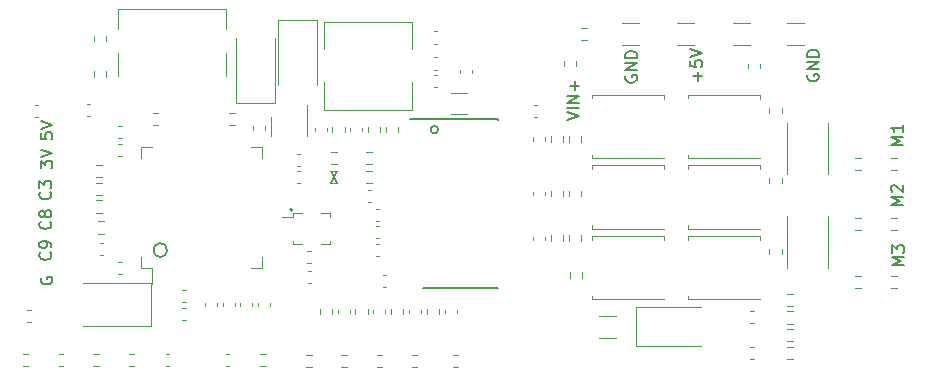
<source format=gto>
G04 #@! TF.GenerationSoftware,KiCad,Pcbnew,7.0.2-6a45011f42~172~ubuntu20.04.1*
G04 #@! TF.CreationDate,2023-05-22T19:25:16+03:00*
G04 #@! TF.ProjectId,BLDC_4,424c4443-5f34-42e6-9b69-6361645f7063,rev?*
G04 #@! TF.SameCoordinates,PX40d9900PYa21fe80*
G04 #@! TF.FileFunction,Legend,Top*
G04 #@! TF.FilePolarity,Positive*
%FSLAX46Y46*%
G04 Gerber Fmt 4.6, Leading zero omitted, Abs format (unit mm)*
G04 Created by KiCad (PCBNEW 7.0.2-6a45011f42~172~ubuntu20.04.1) date 2023-05-22 19:25:16*
%MOMM*%
%LPD*%
G01*
G04 APERTURE LIST*
%ADD10C,0.150000*%
%ADD11C,0.120000*%
G04 APERTURE END LIST*
D10*
X57762742Y107122500D02*
X58237258Y106077500D01*
X57762742Y106077500D02*
X58237258Y107122500D01*
X43883095Y100400000D02*
G75*
G03*
X43883095Y100400000I-583095J0D01*
G01*
X66816228Y110600000D02*
G75*
G03*
X66816228Y110600000I-316228J0D01*
G01*
X106177619Y109338096D02*
X105177619Y109338096D01*
X105177619Y109338096D02*
X105891904Y109671429D01*
X105891904Y109671429D02*
X105177619Y110004762D01*
X105177619Y110004762D02*
X106177619Y110004762D01*
X106177619Y111004762D02*
X106177619Y110433334D01*
X106177619Y110719048D02*
X105177619Y110719048D01*
X105177619Y110719048D02*
X105320476Y110623810D01*
X105320476Y110623810D02*
X105415714Y110528572D01*
X105415714Y110528572D02*
X105463333Y110433334D01*
X77777619Y111395239D02*
X78777619Y111728572D01*
X78777619Y111728572D02*
X77777619Y112061905D01*
X78777619Y112395239D02*
X77777619Y112395239D01*
X78777619Y112871429D02*
X77777619Y112871429D01*
X77777619Y112871429D02*
X78777619Y113442857D01*
X78777619Y113442857D02*
X77777619Y113442857D01*
X78396666Y113919048D02*
X78396666Y114680952D01*
X78777619Y114300000D02*
X78015714Y114300000D01*
X33177619Y110314286D02*
X33177619Y109838096D01*
X33177619Y109838096D02*
X33653809Y109790477D01*
X33653809Y109790477D02*
X33606190Y109838096D01*
X33606190Y109838096D02*
X33558571Y109933334D01*
X33558571Y109933334D02*
X33558571Y110171429D01*
X33558571Y110171429D02*
X33606190Y110266667D01*
X33606190Y110266667D02*
X33653809Y110314286D01*
X33653809Y110314286D02*
X33749047Y110361905D01*
X33749047Y110361905D02*
X33987142Y110361905D01*
X33987142Y110361905D02*
X34082380Y110314286D01*
X34082380Y110314286D02*
X34130000Y110266667D01*
X34130000Y110266667D02*
X34177619Y110171429D01*
X34177619Y110171429D02*
X34177619Y109933334D01*
X34177619Y109933334D02*
X34130000Y109838096D01*
X34130000Y109838096D02*
X34082380Y109790477D01*
X33177619Y110647620D02*
X34177619Y110980953D01*
X34177619Y110980953D02*
X33177619Y111314286D01*
X33982380Y105309524D02*
X34030000Y105261905D01*
X34030000Y105261905D02*
X34077619Y105119048D01*
X34077619Y105119048D02*
X34077619Y105023810D01*
X34077619Y105023810D02*
X34030000Y104880953D01*
X34030000Y104880953D02*
X33934761Y104785715D01*
X33934761Y104785715D02*
X33839523Y104738096D01*
X33839523Y104738096D02*
X33649047Y104690477D01*
X33649047Y104690477D02*
X33506190Y104690477D01*
X33506190Y104690477D02*
X33315714Y104738096D01*
X33315714Y104738096D02*
X33220476Y104785715D01*
X33220476Y104785715D02*
X33125238Y104880953D01*
X33125238Y104880953D02*
X33077619Y105023810D01*
X33077619Y105023810D02*
X33077619Y105119048D01*
X33077619Y105119048D02*
X33125238Y105261905D01*
X33125238Y105261905D02*
X33172857Y105309524D01*
X33077619Y105642858D02*
X33077619Y106261905D01*
X33077619Y106261905D02*
X33458571Y105928572D01*
X33458571Y105928572D02*
X33458571Y106071429D01*
X33458571Y106071429D02*
X33506190Y106166667D01*
X33506190Y106166667D02*
X33553809Y106214286D01*
X33553809Y106214286D02*
X33649047Y106261905D01*
X33649047Y106261905D02*
X33887142Y106261905D01*
X33887142Y106261905D02*
X33982380Y106214286D01*
X33982380Y106214286D02*
X34030000Y106166667D01*
X34030000Y106166667D02*
X34077619Y106071429D01*
X34077619Y106071429D02*
X34077619Y105785715D01*
X34077619Y105785715D02*
X34030000Y105690477D01*
X34030000Y105690477D02*
X33982380Y105642858D01*
X33177619Y107342858D02*
X33177619Y107961905D01*
X33177619Y107961905D02*
X33558571Y107628572D01*
X33558571Y107628572D02*
X33558571Y107771429D01*
X33558571Y107771429D02*
X33606190Y107866667D01*
X33606190Y107866667D02*
X33653809Y107914286D01*
X33653809Y107914286D02*
X33749047Y107961905D01*
X33749047Y107961905D02*
X33987142Y107961905D01*
X33987142Y107961905D02*
X34082380Y107914286D01*
X34082380Y107914286D02*
X34130000Y107866667D01*
X34130000Y107866667D02*
X34177619Y107771429D01*
X34177619Y107771429D02*
X34177619Y107485715D01*
X34177619Y107485715D02*
X34130000Y107390477D01*
X34130000Y107390477D02*
X34082380Y107342858D01*
X33177619Y108247620D02*
X34177619Y108580953D01*
X34177619Y108580953D02*
X33177619Y108914286D01*
X33982380Y100209524D02*
X34030000Y100161905D01*
X34030000Y100161905D02*
X34077619Y100019048D01*
X34077619Y100019048D02*
X34077619Y99923810D01*
X34077619Y99923810D02*
X34030000Y99780953D01*
X34030000Y99780953D02*
X33934761Y99685715D01*
X33934761Y99685715D02*
X33839523Y99638096D01*
X33839523Y99638096D02*
X33649047Y99590477D01*
X33649047Y99590477D02*
X33506190Y99590477D01*
X33506190Y99590477D02*
X33315714Y99638096D01*
X33315714Y99638096D02*
X33220476Y99685715D01*
X33220476Y99685715D02*
X33125238Y99780953D01*
X33125238Y99780953D02*
X33077619Y99923810D01*
X33077619Y99923810D02*
X33077619Y100019048D01*
X33077619Y100019048D02*
X33125238Y100161905D01*
X33125238Y100161905D02*
X33172857Y100209524D01*
X34077619Y100685715D02*
X34077619Y100876191D01*
X34077619Y100876191D02*
X34030000Y100971429D01*
X34030000Y100971429D02*
X33982380Y101019048D01*
X33982380Y101019048D02*
X33839523Y101114286D01*
X33839523Y101114286D02*
X33649047Y101161905D01*
X33649047Y101161905D02*
X33268095Y101161905D01*
X33268095Y101161905D02*
X33172857Y101114286D01*
X33172857Y101114286D02*
X33125238Y101066667D01*
X33125238Y101066667D02*
X33077619Y100971429D01*
X33077619Y100971429D02*
X33077619Y100780953D01*
X33077619Y100780953D02*
X33125238Y100685715D01*
X33125238Y100685715D02*
X33172857Y100638096D01*
X33172857Y100638096D02*
X33268095Y100590477D01*
X33268095Y100590477D02*
X33506190Y100590477D01*
X33506190Y100590477D02*
X33601428Y100638096D01*
X33601428Y100638096D02*
X33649047Y100685715D01*
X33649047Y100685715D02*
X33696666Y100780953D01*
X33696666Y100780953D02*
X33696666Y100971429D01*
X33696666Y100971429D02*
X33649047Y101066667D01*
X33649047Y101066667D02*
X33601428Y101114286D01*
X33601428Y101114286D02*
X33506190Y101161905D01*
X98125238Y115261905D02*
X98077619Y115166667D01*
X98077619Y115166667D02*
X98077619Y115023810D01*
X98077619Y115023810D02*
X98125238Y114880953D01*
X98125238Y114880953D02*
X98220476Y114785715D01*
X98220476Y114785715D02*
X98315714Y114738096D01*
X98315714Y114738096D02*
X98506190Y114690477D01*
X98506190Y114690477D02*
X98649047Y114690477D01*
X98649047Y114690477D02*
X98839523Y114738096D01*
X98839523Y114738096D02*
X98934761Y114785715D01*
X98934761Y114785715D02*
X99030000Y114880953D01*
X99030000Y114880953D02*
X99077619Y115023810D01*
X99077619Y115023810D02*
X99077619Y115119048D01*
X99077619Y115119048D02*
X99030000Y115261905D01*
X99030000Y115261905D02*
X98982380Y115309524D01*
X98982380Y115309524D02*
X98649047Y115309524D01*
X98649047Y115309524D02*
X98649047Y115119048D01*
X99077619Y115738096D02*
X98077619Y115738096D01*
X98077619Y115738096D02*
X99077619Y116309524D01*
X99077619Y116309524D02*
X98077619Y116309524D01*
X99077619Y116785715D02*
X98077619Y116785715D01*
X98077619Y116785715D02*
X98077619Y117023810D01*
X98077619Y117023810D02*
X98125238Y117166667D01*
X98125238Y117166667D02*
X98220476Y117261905D01*
X98220476Y117261905D02*
X98315714Y117309524D01*
X98315714Y117309524D02*
X98506190Y117357143D01*
X98506190Y117357143D02*
X98649047Y117357143D01*
X98649047Y117357143D02*
X98839523Y117309524D01*
X98839523Y117309524D02*
X98934761Y117261905D01*
X98934761Y117261905D02*
X99030000Y117166667D01*
X99030000Y117166667D02*
X99077619Y117023810D01*
X99077619Y117023810D02*
X99077619Y116785715D01*
X88796666Y114738096D02*
X88796666Y115500000D01*
X89177619Y115119048D02*
X88415714Y115119048D01*
X88177619Y116452381D02*
X88177619Y115976191D01*
X88177619Y115976191D02*
X88653809Y115928572D01*
X88653809Y115928572D02*
X88606190Y115976191D01*
X88606190Y115976191D02*
X88558571Y116071429D01*
X88558571Y116071429D02*
X88558571Y116309524D01*
X88558571Y116309524D02*
X88606190Y116404762D01*
X88606190Y116404762D02*
X88653809Y116452381D01*
X88653809Y116452381D02*
X88749047Y116500000D01*
X88749047Y116500000D02*
X88987142Y116500000D01*
X88987142Y116500000D02*
X89082380Y116452381D01*
X89082380Y116452381D02*
X89130000Y116404762D01*
X89130000Y116404762D02*
X89177619Y116309524D01*
X89177619Y116309524D02*
X89177619Y116071429D01*
X89177619Y116071429D02*
X89130000Y115976191D01*
X89130000Y115976191D02*
X89082380Y115928572D01*
X88177619Y116785715D02*
X89177619Y117119048D01*
X89177619Y117119048D02*
X88177619Y117452381D01*
X106177619Y104238096D02*
X105177619Y104238096D01*
X105177619Y104238096D02*
X105891904Y104571429D01*
X105891904Y104571429D02*
X105177619Y104904762D01*
X105177619Y104904762D02*
X106177619Y104904762D01*
X105272857Y105333334D02*
X105225238Y105380953D01*
X105225238Y105380953D02*
X105177619Y105476191D01*
X105177619Y105476191D02*
X105177619Y105714286D01*
X105177619Y105714286D02*
X105225238Y105809524D01*
X105225238Y105809524D02*
X105272857Y105857143D01*
X105272857Y105857143D02*
X105368095Y105904762D01*
X105368095Y105904762D02*
X105463333Y105904762D01*
X105463333Y105904762D02*
X105606190Y105857143D01*
X105606190Y105857143D02*
X106177619Y105285715D01*
X106177619Y105285715D02*
X106177619Y105904762D01*
X33225238Y98061905D02*
X33177619Y97966667D01*
X33177619Y97966667D02*
X33177619Y97823810D01*
X33177619Y97823810D02*
X33225238Y97680953D01*
X33225238Y97680953D02*
X33320476Y97585715D01*
X33320476Y97585715D02*
X33415714Y97538096D01*
X33415714Y97538096D02*
X33606190Y97490477D01*
X33606190Y97490477D02*
X33749047Y97490477D01*
X33749047Y97490477D02*
X33939523Y97538096D01*
X33939523Y97538096D02*
X34034761Y97585715D01*
X34034761Y97585715D02*
X34130000Y97680953D01*
X34130000Y97680953D02*
X34177619Y97823810D01*
X34177619Y97823810D02*
X34177619Y97919048D01*
X34177619Y97919048D02*
X34130000Y98061905D01*
X34130000Y98061905D02*
X34082380Y98109524D01*
X34082380Y98109524D02*
X33749047Y98109524D01*
X33749047Y98109524D02*
X33749047Y97919048D01*
X82725238Y115161905D02*
X82677619Y115066667D01*
X82677619Y115066667D02*
X82677619Y114923810D01*
X82677619Y114923810D02*
X82725238Y114780953D01*
X82725238Y114780953D02*
X82820476Y114685715D01*
X82820476Y114685715D02*
X82915714Y114638096D01*
X82915714Y114638096D02*
X83106190Y114590477D01*
X83106190Y114590477D02*
X83249047Y114590477D01*
X83249047Y114590477D02*
X83439523Y114638096D01*
X83439523Y114638096D02*
X83534761Y114685715D01*
X83534761Y114685715D02*
X83630000Y114780953D01*
X83630000Y114780953D02*
X83677619Y114923810D01*
X83677619Y114923810D02*
X83677619Y115019048D01*
X83677619Y115019048D02*
X83630000Y115161905D01*
X83630000Y115161905D02*
X83582380Y115209524D01*
X83582380Y115209524D02*
X83249047Y115209524D01*
X83249047Y115209524D02*
X83249047Y115019048D01*
X83677619Y115638096D02*
X82677619Y115638096D01*
X82677619Y115638096D02*
X83677619Y116209524D01*
X83677619Y116209524D02*
X82677619Y116209524D01*
X83677619Y116685715D02*
X82677619Y116685715D01*
X82677619Y116685715D02*
X82677619Y116923810D01*
X82677619Y116923810D02*
X82725238Y117066667D01*
X82725238Y117066667D02*
X82820476Y117161905D01*
X82820476Y117161905D02*
X82915714Y117209524D01*
X82915714Y117209524D02*
X83106190Y117257143D01*
X83106190Y117257143D02*
X83249047Y117257143D01*
X83249047Y117257143D02*
X83439523Y117209524D01*
X83439523Y117209524D02*
X83534761Y117161905D01*
X83534761Y117161905D02*
X83630000Y117066667D01*
X83630000Y117066667D02*
X83677619Y116923810D01*
X83677619Y116923810D02*
X83677619Y116685715D01*
X33982380Y102809524D02*
X34030000Y102761905D01*
X34030000Y102761905D02*
X34077619Y102619048D01*
X34077619Y102619048D02*
X34077619Y102523810D01*
X34077619Y102523810D02*
X34030000Y102380953D01*
X34030000Y102380953D02*
X33934761Y102285715D01*
X33934761Y102285715D02*
X33839523Y102238096D01*
X33839523Y102238096D02*
X33649047Y102190477D01*
X33649047Y102190477D02*
X33506190Y102190477D01*
X33506190Y102190477D02*
X33315714Y102238096D01*
X33315714Y102238096D02*
X33220476Y102285715D01*
X33220476Y102285715D02*
X33125238Y102380953D01*
X33125238Y102380953D02*
X33077619Y102523810D01*
X33077619Y102523810D02*
X33077619Y102619048D01*
X33077619Y102619048D02*
X33125238Y102761905D01*
X33125238Y102761905D02*
X33172857Y102809524D01*
X33506190Y103380953D02*
X33458571Y103285715D01*
X33458571Y103285715D02*
X33410952Y103238096D01*
X33410952Y103238096D02*
X33315714Y103190477D01*
X33315714Y103190477D02*
X33268095Y103190477D01*
X33268095Y103190477D02*
X33172857Y103238096D01*
X33172857Y103238096D02*
X33125238Y103285715D01*
X33125238Y103285715D02*
X33077619Y103380953D01*
X33077619Y103380953D02*
X33077619Y103571429D01*
X33077619Y103571429D02*
X33125238Y103666667D01*
X33125238Y103666667D02*
X33172857Y103714286D01*
X33172857Y103714286D02*
X33268095Y103761905D01*
X33268095Y103761905D02*
X33315714Y103761905D01*
X33315714Y103761905D02*
X33410952Y103714286D01*
X33410952Y103714286D02*
X33458571Y103666667D01*
X33458571Y103666667D02*
X33506190Y103571429D01*
X33506190Y103571429D02*
X33506190Y103380953D01*
X33506190Y103380953D02*
X33553809Y103285715D01*
X33553809Y103285715D02*
X33601428Y103238096D01*
X33601428Y103238096D02*
X33696666Y103190477D01*
X33696666Y103190477D02*
X33887142Y103190477D01*
X33887142Y103190477D02*
X33982380Y103238096D01*
X33982380Y103238096D02*
X34030000Y103285715D01*
X34030000Y103285715D02*
X34077619Y103380953D01*
X34077619Y103380953D02*
X34077619Y103571429D01*
X34077619Y103571429D02*
X34030000Y103666667D01*
X34030000Y103666667D02*
X33982380Y103714286D01*
X33982380Y103714286D02*
X33887142Y103761905D01*
X33887142Y103761905D02*
X33696666Y103761905D01*
X33696666Y103761905D02*
X33601428Y103714286D01*
X33601428Y103714286D02*
X33553809Y103666667D01*
X33553809Y103666667D02*
X33506190Y103571429D01*
X106277619Y99138096D02*
X105277619Y99138096D01*
X105277619Y99138096D02*
X105991904Y99471429D01*
X105991904Y99471429D02*
X105277619Y99804762D01*
X105277619Y99804762D02*
X106277619Y99804762D01*
X105277619Y100185715D02*
X105277619Y100804762D01*
X105277619Y100804762D02*
X105658571Y100471429D01*
X105658571Y100471429D02*
X105658571Y100614286D01*
X105658571Y100614286D02*
X105706190Y100709524D01*
X105706190Y100709524D02*
X105753809Y100757143D01*
X105753809Y100757143D02*
X105849047Y100804762D01*
X105849047Y100804762D02*
X106087142Y100804762D01*
X106087142Y100804762D02*
X106182380Y100757143D01*
X106182380Y100757143D02*
X106230000Y100709524D01*
X106230000Y100709524D02*
X106277619Y100614286D01*
X106277619Y100614286D02*
X106277619Y100328572D01*
X106277619Y100328572D02*
X106230000Y100233334D01*
X106230000Y100233334D02*
X106182380Y100185715D01*
D11*
G04 #@! TO.C,C2*
X47090000Y95634420D02*
X47090000Y95915580D01*
X48110000Y95634420D02*
X48110000Y95915580D01*
G04 #@! TO.C,C4*
X68410000Y95340580D02*
X68410000Y95059420D01*
X67390000Y95340580D02*
X67390000Y95059420D01*
G04 #@! TO.C,C5*
X59360000Y95340580D02*
X59360000Y95059420D01*
X58340000Y95340580D02*
X58340000Y95059420D01*
G04 #@! TO.C,C6*
X62360000Y95340580D02*
X62360000Y95059420D01*
X61340000Y95340580D02*
X61340000Y95059420D01*
G04 #@! TO.C,C7*
X65360000Y95340580D02*
X65360000Y95059420D01*
X64340000Y95340580D02*
X64340000Y95059420D01*
G04 #@! TO.C,C15*
X45184420Y97010000D02*
X45465580Y97010000D01*
X45184420Y95990000D02*
X45465580Y95990000D01*
G04 #@! TO.C,C16*
X51190000Y110609420D02*
X51190000Y110890580D01*
X52210000Y110609420D02*
X52210000Y110890580D01*
G04 #@! TO.C,C17*
X40040580Y108390000D02*
X39759420Y108390000D01*
X40040580Y109410000D02*
X39759420Y109410000D01*
G04 #@! TO.C,C18*
X61140580Y104490000D02*
X60859420Y104490000D01*
X61140580Y105510000D02*
X60859420Y105510000D01*
G04 #@! TO.C,C19*
X60410000Y110740580D02*
X60410000Y110459420D01*
X59390000Y110740580D02*
X59390000Y110459420D01*
G04 #@! TO.C,C20*
X61559420Y100910000D02*
X61840580Y100910000D01*
X61559420Y99890000D02*
X61840580Y99890000D01*
G04 #@! TO.C,C21*
X57410000Y110740580D02*
X57410000Y110459420D01*
X56390000Y110740580D02*
X56390000Y110459420D01*
G04 #@! TO.C,C22*
X61559420Y103910000D02*
X61840580Y103910000D01*
X61559420Y102890000D02*
X61840580Y102890000D01*
G04 #@! TO.C,C23*
X62159420Y98260000D02*
X62440580Y98260000D01*
X62159420Y97240000D02*
X62440580Y97240000D01*
G04 #@! TO.C,C24*
X32059420Y95310000D02*
X32340580Y95310000D01*
X32059420Y94290000D02*
X32340580Y94290000D01*
G04 #@! TO.C,C26*
X56040580Y99290000D02*
X55759420Y99290000D01*
X56040580Y100310000D02*
X55759420Y100310000D01*
G04 #@! TO.C,C27*
X69710000Y115665580D02*
X69710000Y115384420D01*
X68690000Y115665580D02*
X68690000Y115384420D01*
G04 #@! TO.C,C28*
X74890000Y109659420D02*
X74890000Y109940580D01*
X75910000Y109659420D02*
X75910000Y109940580D01*
G04 #@! TO.C,C29*
X74890000Y105059420D02*
X74890000Y105340580D01*
X75910000Y105059420D02*
X75910000Y105340580D01*
G04 #@! TO.C,C30*
X74890000Y101259420D02*
X74890000Y101540580D01*
X75910000Y101259420D02*
X75910000Y101540580D01*
G04 #@! TO.C,C32*
X38440580Y99990000D02*
X38159420Y99990000D01*
X38440580Y101010000D02*
X38159420Y101010000D01*
G04 #@! TO.C,C34*
X93259420Y95210000D02*
X93540580Y95210000D01*
X93259420Y94190000D02*
X93540580Y94190000D01*
G04 #@! TO.C,C36*
X93259420Y92210000D02*
X93540580Y92210000D01*
X93259420Y91190000D02*
X93540580Y91190000D01*
G04 #@! TO.C,C38*
X45184420Y95510000D02*
X45465580Y95510000D01*
X45184420Y94490000D02*
X45465580Y94490000D01*
G04 #@! TO.C,C39*
X88511252Y117790000D02*
X87088748Y117790000D01*
X88511252Y119610000D02*
X87088748Y119610000D01*
G04 #@! TO.C,C42*
X49115580Y90590000D02*
X48834420Y90590000D01*
X49115580Y91610000D02*
X48834420Y91610000D01*
G04 #@! TO.C,C45*
X34759420Y91610000D02*
X35040580Y91610000D01*
X34759420Y90590000D02*
X35040580Y90590000D01*
G04 #@! TO.C,C46*
X66740580Y117890000D02*
X66459420Y117890000D01*
X66740580Y118910000D02*
X66459420Y118910000D01*
G04 #@! TO.C,C52*
X61559420Y102410000D02*
X61840580Y102410000D01*
X61559420Y101390000D02*
X61840580Y101390000D01*
G04 #@! TO.C,D4*
X56550000Y119910000D02*
X53250000Y119910000D01*
X56550000Y119910000D02*
X56550000Y114400000D01*
X53250000Y119910000D02*
X53250000Y114400000D01*
G04 #@! TO.C,L1*
X64600000Y112300000D02*
X57200000Y112300000D01*
X64600000Y114600000D02*
X64600000Y112300000D01*
X64600000Y119700000D02*
X64600000Y117400000D01*
X57200000Y112300000D02*
X57200000Y114600000D01*
X57200000Y117400000D02*
X57200000Y119700000D01*
X57200000Y119700000D02*
X64600000Y119700000D01*
G04 #@! TO.C,Q1*
X85965000Y113192500D02*
X85965000Y113542500D01*
X79845000Y108172500D02*
X85965000Y108172500D01*
X79845000Y108472500D02*
X79845000Y108172500D01*
X79845000Y113242500D02*
X79845000Y113542500D01*
X79845000Y113542500D02*
X85965000Y113542500D01*
G04 #@! TO.C,Q2*
X94065000Y113192500D02*
X94065000Y113542500D01*
X87945000Y108172500D02*
X94065000Y108172500D01*
X87945000Y108472500D02*
X87945000Y108172500D01*
X87945000Y113242500D02*
X87945000Y113542500D01*
X87945000Y113542500D02*
X94065000Y113542500D01*
G04 #@! TO.C,Q3*
X85965000Y107240000D02*
X85965000Y107590000D01*
X79845000Y102220000D02*
X85965000Y102220000D01*
X79845000Y102520000D02*
X79845000Y102220000D01*
X79845000Y107290000D02*
X79845000Y107590000D01*
X79845000Y107590000D02*
X85965000Y107590000D01*
G04 #@! TO.C,Q4*
X94065000Y107240000D02*
X94065000Y107590000D01*
X87945000Y102220000D02*
X94065000Y102220000D01*
X87945000Y102520000D02*
X87945000Y102220000D01*
X87945000Y107290000D02*
X87945000Y107590000D01*
X87945000Y107590000D02*
X94065000Y107590000D01*
G04 #@! TO.C,Q5*
X85965000Y101240000D02*
X85965000Y101590000D01*
X79845000Y96220000D02*
X85965000Y96220000D01*
X79845000Y96520000D02*
X79845000Y96220000D01*
X79845000Y101290000D02*
X79845000Y101590000D01*
X79845000Y101590000D02*
X85965000Y101590000D01*
G04 #@! TO.C,Q6*
X94065000Y101240000D02*
X94065000Y101590000D01*
X87945000Y96220000D02*
X94065000Y96220000D01*
X87945000Y96520000D02*
X87945000Y96220000D01*
X87945000Y101290000D02*
X87945000Y101590000D01*
X87945000Y101590000D02*
X94065000Y101590000D01*
G04 #@! TO.C,R3*
X79437258Y118177500D02*
X78962742Y118177500D01*
X79437258Y119222500D02*
X78962742Y119222500D01*
G04 #@! TO.C,R4*
X77477500Y115962742D02*
X77477500Y116437258D01*
X78522500Y115962742D02*
X78522500Y116437258D01*
G04 #@! TO.C,R7*
X65062258Y90502500D02*
X64587742Y90502500D01*
X65062258Y91547500D02*
X64587742Y91547500D01*
G04 #@! TO.C,R8*
X62827500Y94962742D02*
X62827500Y95437258D01*
X63872500Y94962742D02*
X63872500Y95437258D01*
G04 #@! TO.C,R9*
X59827500Y94962742D02*
X59827500Y95437258D01*
X60872500Y94962742D02*
X60872500Y95437258D01*
G04 #@! TO.C,R10*
X56827500Y94962742D02*
X56827500Y95437258D01*
X57872500Y94962742D02*
X57872500Y95437258D01*
G04 #@! TO.C,R11*
X56137258Y90502500D02*
X55662742Y90502500D01*
X56137258Y91547500D02*
X55662742Y91547500D01*
G04 #@! TO.C,R12*
X59112258Y90502500D02*
X58637742Y90502500D01*
X59112258Y91547500D02*
X58637742Y91547500D01*
G04 #@! TO.C,R13*
X62087258Y90502500D02*
X61612742Y90502500D01*
X62087258Y91547500D02*
X61612742Y91547500D01*
G04 #@! TO.C,R14*
X51762742Y91622500D02*
X52237258Y91622500D01*
X51762742Y90577500D02*
X52237258Y90577500D01*
G04 #@! TO.C,R15*
X32137258Y90577500D02*
X31662742Y90577500D01*
X32137258Y91622500D02*
X31662742Y91622500D01*
G04 #@! TO.C,R16*
X41117258Y90577500D02*
X40642742Y90577500D01*
X41117258Y91622500D02*
X40642742Y91622500D01*
G04 #@! TO.C,R17*
X61922500Y110837258D02*
X61922500Y110362742D01*
X60877500Y110837258D02*
X60877500Y110362742D01*
G04 #@! TO.C,R18*
X61237258Y107677500D02*
X60762742Y107677500D01*
X61237258Y108722500D02*
X60762742Y108722500D01*
G04 #@! TO.C,R19*
X58922500Y110837258D02*
X58922500Y110362742D01*
X57877500Y110837258D02*
X57877500Y110362742D01*
G04 #@! TO.C,R20*
X58237258Y107677500D02*
X57762742Y107677500D01*
X58237258Y108722500D02*
X57762742Y108722500D01*
G04 #@! TO.C,R21*
X62377500Y110362742D02*
X62377500Y110837258D01*
X63422500Y110362742D02*
X63422500Y110837258D01*
G04 #@! TO.C,R23*
X102162742Y98222500D02*
X102637258Y98222500D01*
X102162742Y97177500D02*
X102637258Y97177500D01*
G04 #@! TO.C,R24*
X105637258Y97177500D02*
X105162742Y97177500D01*
X105637258Y98222500D02*
X105162742Y98222500D01*
G04 #@! TO.C,R26*
X102162742Y103122500D02*
X102637258Y103122500D01*
X102162742Y102077500D02*
X102637258Y102077500D01*
G04 #@! TO.C,R27*
X105637258Y102077500D02*
X105162742Y102077500D01*
X105637258Y103122500D02*
X105162742Y103122500D01*
G04 #@! TO.C,R28*
X78922500Y110037258D02*
X78922500Y109562742D01*
X77877500Y110037258D02*
X77877500Y109562742D01*
G04 #@! TO.C,R29*
X77422500Y110037258D02*
X77422500Y109562742D01*
X76377500Y110037258D02*
X76377500Y109562742D01*
G04 #@! TO.C,R30*
X94877500Y111987742D02*
X94877500Y112462258D01*
X95922500Y111987742D02*
X95922500Y112462258D01*
G04 #@! TO.C,R31*
X38117258Y90577500D02*
X37642742Y90577500D01*
X38117258Y91622500D02*
X37642742Y91622500D01*
G04 #@! TO.C,R32*
X102162742Y108222500D02*
X102637258Y108222500D01*
X102162742Y107177500D02*
X102637258Y107177500D01*
G04 #@! TO.C,R33*
X105637258Y107177500D02*
X105162742Y107177500D01*
X105637258Y108222500D02*
X105162742Y108222500D01*
G04 #@! TO.C,R34*
X78922500Y105437258D02*
X78922500Y104962742D01*
X77877500Y105437258D02*
X77877500Y104962742D01*
G04 #@! TO.C,R35*
X77422500Y105437258D02*
X77422500Y104962742D01*
X76377500Y105437258D02*
X76377500Y104962742D01*
G04 #@! TO.C,R36*
X95922500Y106537258D02*
X95922500Y106062742D01*
X94877500Y106537258D02*
X94877500Y106062742D01*
G04 #@! TO.C,R39*
X37862742Y104622500D02*
X38337258Y104622500D01*
X37862742Y103577500D02*
X38337258Y103577500D01*
G04 #@! TO.C,R40*
X37862742Y106122500D02*
X38337258Y106122500D01*
X37862742Y105077500D02*
X38337258Y105077500D01*
G04 #@! TO.C,R41*
X37862742Y107622500D02*
X38337258Y107622500D01*
X37862742Y106577500D02*
X38337258Y106577500D01*
G04 #@! TO.C,R42*
X78922500Y101637258D02*
X78922500Y101162742D01*
X77877500Y101637258D02*
X77877500Y101162742D01*
G04 #@! TO.C,R43*
X77422500Y101637258D02*
X77422500Y101162742D01*
X76377500Y101637258D02*
X76377500Y101162742D01*
G04 #@! TO.C,R46*
X94877500Y100037742D02*
X94877500Y100512258D01*
X95922500Y100037742D02*
X95922500Y100512258D01*
G04 #@! TO.C,R48*
X96837258Y95677500D02*
X96362742Y95677500D01*
X96837258Y96722500D02*
X96362742Y96722500D01*
G04 #@! TO.C,R49*
X96837258Y94177500D02*
X96362742Y94177500D01*
X96837258Y95222500D02*
X96362742Y95222500D01*
G04 #@! TO.C,R50*
X96837258Y92677500D02*
X96362742Y92677500D01*
X96837258Y93722500D02*
X96362742Y93722500D01*
G04 #@! TO.C,R51*
X96837258Y91177500D02*
X96362742Y91177500D01*
X96837258Y92222500D02*
X96362742Y92222500D01*
G04 #@! TO.C,R53*
X99810000Y111177064D02*
X99810000Y106822936D01*
X96390000Y111177064D02*
X96390000Y106822936D01*
G04 #@! TO.C,R54*
X96390000Y98922936D02*
X96390000Y103277064D01*
X99810000Y98922936D02*
X99810000Y103277064D01*
G04 #@! TO.C,U1*
X41690000Y98890000D02*
X42640000Y98890000D01*
X42640000Y98890000D02*
X42640000Y97550000D01*
X51910000Y98890000D02*
X50960000Y98890000D01*
X41690000Y99840000D02*
X41690000Y98890000D01*
X51910000Y99840000D02*
X51910000Y98890000D01*
X41690000Y108160000D02*
X41690000Y109110000D01*
X51910000Y108160000D02*
X51910000Y109110000D01*
X41690000Y109110000D02*
X42640000Y109110000D01*
X51910000Y109110000D02*
X50960000Y109110000D01*
D10*
G04 #@! TO.C,U3*
X64450000Y111540000D02*
X71875000Y111540000D01*
X65525000Y97215000D02*
X65525000Y97222500D01*
X65525000Y97215000D02*
X71875000Y97215000D01*
X71875000Y111465000D02*
X71875000Y111457500D01*
X71875000Y97215000D02*
X71875000Y97222500D01*
D11*
G04 #@! TO.C,U4*
X54500000Y103500000D02*
X55300000Y103500000D01*
X54500000Y103200000D02*
X53600000Y103200000D01*
X54500000Y103200000D02*
X54500000Y103500000D01*
X54500000Y100900000D02*
X54500000Y101200000D01*
X55300000Y100900000D02*
X54500000Y100900000D01*
X56900000Y103500000D02*
X57700000Y103500000D01*
X57700000Y103500000D02*
X57700000Y103200000D01*
X57700000Y101200000D02*
X57700000Y100900000D01*
X57700000Y100900000D02*
X56900000Y100900000D01*
D10*
X54511803Y103800000D02*
G75*
G03*
X54511803Y103800000I-111803J0D01*
G01*
D11*
G04 #@! TO.C,C12*
X39759420Y99410000D02*
X40040580Y99410000D01*
X39759420Y98390000D02*
X40040580Y98390000D01*
G04 #@! TO.C,C13*
X39759420Y110910000D02*
X40040580Y110910000D01*
X39759420Y109890000D02*
X40040580Y109890000D01*
G04 #@! TO.C,C11*
X55140580Y106040000D02*
X54859420Y106040000D01*
X55140580Y107060000D02*
X54859420Y107060000D01*
G04 #@! TO.C,C48*
X37059420Y112810000D02*
X37340580Y112810000D01*
X37059420Y111790000D02*
X37340580Y111790000D01*
G04 #@! TO.C,R5*
X57762742Y107122500D02*
X58237258Y107122500D01*
X57762742Y106077500D02*
X58237258Y106077500D01*
G04 #@! TO.C,R44*
X60762742Y107122500D02*
X61237258Y107122500D01*
X60762742Y106077500D02*
X61237258Y106077500D01*
G04 #@! TO.C,C1*
X54884420Y108560000D02*
X55165580Y108560000D01*
X54884420Y107540000D02*
X55165580Y107540000D01*
G04 #@! TO.C,C8*
X66484420Y115210000D02*
X66765580Y115210000D01*
X66484420Y114190000D02*
X66765580Y114190000D01*
G04 #@! TO.C,C53*
X69311252Y111890000D02*
X67888748Y111890000D01*
X69311252Y113710000D02*
X67888748Y113710000D01*
G04 #@! TO.C,C40*
X81911252Y92990000D02*
X80488748Y92990000D01*
X81911252Y94810000D02*
X80488748Y94810000D01*
G04 #@! TO.C,C47*
X93090000Y115859420D02*
X93090000Y116140580D01*
X94110000Y115859420D02*
X94110000Y116140580D01*
G04 #@! TO.C,D5*
X49750000Y112890000D02*
X53050000Y112890000D01*
X49750000Y112890000D02*
X49750000Y118400000D01*
X53050000Y112890000D02*
X53050000Y118400000D01*
G04 #@! TO.C,R404*
X38702500Y115537258D02*
X38702500Y115062742D01*
X37657500Y115537258D02*
X37657500Y115062742D01*
G04 #@! TO.C,C60*
X43784420Y91610000D02*
X44065580Y91610000D01*
X43784420Y90590000D02*
X44065580Y90590000D01*
G04 #@! TO.C,C61*
X32940580Y111690000D02*
X32659420Y111690000D01*
X32940580Y112710000D02*
X32659420Y112710000D01*
G04 #@! TO.C,C503*
X48590000Y95659420D02*
X48590000Y95940580D01*
X49610000Y95659420D02*
X49610000Y95940580D01*
G04 #@! TO.C,Y1*
X42550000Y94000000D02*
X42550000Y97600000D01*
X42550000Y97600000D02*
X36800000Y97600000D01*
X36800000Y94000000D02*
X42550000Y94000000D01*
G04 #@! TO.C,R402*
X43137258Y110977500D02*
X42662742Y110977500D01*
X43137258Y112022500D02*
X42662742Y112022500D01*
G04 #@! TO.C,C43*
X96388748Y119610000D02*
X97811252Y119610000D01*
X96388748Y117790000D02*
X97811252Y117790000D01*
G04 #@! TO.C,J401*
X48880000Y115150000D02*
X48880000Y117070000D01*
X48880000Y120785000D02*
X48880000Y119080000D01*
X39720000Y117070000D02*
X39720000Y115150000D01*
X39720000Y119080000D02*
X39720000Y120785000D01*
X39720000Y120785000D02*
X48880000Y120785000D01*
G04 #@! TO.C,C3*
X66459420Y116710000D02*
X66740580Y116710000D01*
X66459420Y115690000D02*
X66740580Y115690000D01*
G04 #@! TO.C,C51*
X93211252Y117790000D02*
X91788748Y117790000D01*
X93211252Y119610000D02*
X91788748Y119610000D01*
G04 #@! TO.C,R403*
X38702500Y118562258D02*
X38702500Y118087742D01*
X37657500Y118562258D02*
X37657500Y118087742D01*
G04 #@! TO.C,C41*
X55784420Y98610000D02*
X56065580Y98610000D01*
X55784420Y97590000D02*
X56065580Y97590000D01*
G04 #@! TO.C,R6*
X65877500Y94962742D02*
X65877500Y95437258D01*
X66922500Y94962742D02*
X66922500Y95437258D01*
G04 #@! TO.C,R405*
X38537258Y101777500D02*
X38062742Y101777500D01*
X38537258Y102822500D02*
X38062742Y102822500D01*
G04 #@! TO.C,C502*
X50090000Y95659420D02*
X50090000Y95940580D01*
X51110000Y95659420D02*
X51110000Y95940580D01*
G04 #@! TO.C,R1*
X79022500Y98537258D02*
X79022500Y98062742D01*
X77977500Y98537258D02*
X77977500Y98062742D01*
G04 #@! TO.C,R401*
X49637258Y110977500D02*
X49162742Y110977500D01*
X49637258Y112022500D02*
X49162742Y112022500D01*
G04 #@! TO.C,C37*
X82388748Y119610000D02*
X83811252Y119610000D01*
X82388748Y117790000D02*
X83811252Y117790000D01*
G04 #@! TO.C,C62*
X75215580Y111690000D02*
X74934420Y111690000D01*
X75215580Y112710000D02*
X74934420Y112710000D01*
G04 #@! TO.C,D7*
X83590000Y95550000D02*
X83590000Y92250000D01*
X83590000Y95550000D02*
X89100000Y95550000D01*
X83590000Y92250000D02*
X89100000Y92250000D01*
G04 #@! TO.C,R2*
X68537258Y90477500D02*
X68062742Y90477500D01*
X68537258Y91522500D02*
X68062742Y91522500D01*
G04 #@! TO.C,C501*
X51590000Y95659420D02*
X51590000Y95940580D01*
X52610000Y95659420D02*
X52610000Y95940580D01*
G04 #@! TO.C,U6*
X55760000Y110850000D02*
X55760000Y112650000D01*
X55760000Y110850000D02*
X55760000Y110050000D01*
X52640000Y110850000D02*
X52640000Y111650000D01*
X52640000Y110850000D02*
X52640000Y110050000D01*
G04 #@! TD*
M02*

</source>
